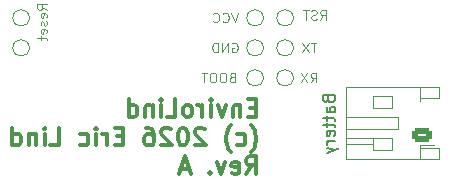
<source format=gbr>
%TF.GenerationSoftware,KiCad,Pcbnew,9.0.6*%
%TF.CreationDate,2026-01-06T14:18:23+01:00*%
%TF.ProjectId,EnviroLind,456e7669-726f-44c6-996e-642e6b696361,rev?*%
%TF.SameCoordinates,Original*%
%TF.FileFunction,Legend,Bot*%
%TF.FilePolarity,Positive*%
%FSLAX46Y46*%
G04 Gerber Fmt 4.6, Leading zero omitted, Abs format (unit mm)*
G04 Created by KiCad (PCBNEW 9.0.6) date 2026-01-06 14:18:23*
%MOMM*%
%LPD*%
G01*
G04 APERTURE LIST*
G04 Aperture macros list*
%AMRoundRect*
0 Rectangle with rounded corners*
0 $1 Rounding radius*
0 $2 $3 $4 $5 $6 $7 $8 $9 X,Y pos of 4 corners*
0 Add a 4 corners polygon primitive as box body*
4,1,4,$2,$3,$4,$5,$6,$7,$8,$9,$2,$3,0*
0 Add four circle primitives for the rounded corners*
1,1,$1+$1,$2,$3*
1,1,$1+$1,$4,$5*
1,1,$1+$1,$6,$7*
1,1,$1+$1,$8,$9*
0 Add four rect primitives between the rounded corners*
20,1,$1+$1,$2,$3,$4,$5,0*
20,1,$1+$1,$4,$5,$6,$7,0*
20,1,$1+$1,$6,$7,$8,$9,0*
20,1,$1+$1,$8,$9,$2,$3,0*%
G04 Aperture macros list end*
%ADD10C,0.300000*%
%ADD11C,0.099822*%
%ADD12C,0.100000*%
%ADD13C,0.150000*%
%ADD14C,0.120000*%
%ADD15C,0.650000*%
%ADD16O,1.000000X2.100000*%
%ADD17O,1.000000X1.600000*%
%ADD18C,1.000000*%
%ADD19RoundRect,0.250000X0.625000X-0.350000X0.625000X0.350000X-0.625000X0.350000X-0.625000X-0.350000X0*%
%ADD20O,1.750000X1.200000*%
G04 APERTURE END LIST*
D10*
X105515889Y-100306482D02*
X105015889Y-100306482D01*
X104801603Y-101092196D02*
X105515889Y-101092196D01*
X105515889Y-101092196D02*
X105515889Y-99592196D01*
X105515889Y-99592196D02*
X104801603Y-99592196D01*
X104158746Y-100092196D02*
X104158746Y-101092196D01*
X104158746Y-100235053D02*
X104087317Y-100163625D01*
X104087317Y-100163625D02*
X103944460Y-100092196D01*
X103944460Y-100092196D02*
X103730174Y-100092196D01*
X103730174Y-100092196D02*
X103587317Y-100163625D01*
X103587317Y-100163625D02*
X103515889Y-100306482D01*
X103515889Y-100306482D02*
X103515889Y-101092196D01*
X102944460Y-100092196D02*
X102587317Y-101092196D01*
X102587317Y-101092196D02*
X102230174Y-100092196D01*
X101658746Y-101092196D02*
X101658746Y-100092196D01*
X101658746Y-99592196D02*
X101730174Y-99663625D01*
X101730174Y-99663625D02*
X101658746Y-99735053D01*
X101658746Y-99735053D02*
X101587317Y-99663625D01*
X101587317Y-99663625D02*
X101658746Y-99592196D01*
X101658746Y-99592196D02*
X101658746Y-99735053D01*
X100944460Y-101092196D02*
X100944460Y-100092196D01*
X100944460Y-100377910D02*
X100873031Y-100235053D01*
X100873031Y-100235053D02*
X100801603Y-100163625D01*
X100801603Y-100163625D02*
X100658745Y-100092196D01*
X100658745Y-100092196D02*
X100515888Y-100092196D01*
X99801603Y-101092196D02*
X99944460Y-101020768D01*
X99944460Y-101020768D02*
X100015889Y-100949339D01*
X100015889Y-100949339D02*
X100087317Y-100806482D01*
X100087317Y-100806482D02*
X100087317Y-100377910D01*
X100087317Y-100377910D02*
X100015889Y-100235053D01*
X100015889Y-100235053D02*
X99944460Y-100163625D01*
X99944460Y-100163625D02*
X99801603Y-100092196D01*
X99801603Y-100092196D02*
X99587317Y-100092196D01*
X99587317Y-100092196D02*
X99444460Y-100163625D01*
X99444460Y-100163625D02*
X99373032Y-100235053D01*
X99373032Y-100235053D02*
X99301603Y-100377910D01*
X99301603Y-100377910D02*
X99301603Y-100806482D01*
X99301603Y-100806482D02*
X99373032Y-100949339D01*
X99373032Y-100949339D02*
X99444460Y-101020768D01*
X99444460Y-101020768D02*
X99587317Y-101092196D01*
X99587317Y-101092196D02*
X99801603Y-101092196D01*
X97944460Y-101092196D02*
X98658746Y-101092196D01*
X98658746Y-101092196D02*
X98658746Y-99592196D01*
X97444460Y-101092196D02*
X97444460Y-100092196D01*
X97444460Y-99592196D02*
X97515888Y-99663625D01*
X97515888Y-99663625D02*
X97444460Y-99735053D01*
X97444460Y-99735053D02*
X97373031Y-99663625D01*
X97373031Y-99663625D02*
X97444460Y-99592196D01*
X97444460Y-99592196D02*
X97444460Y-99735053D01*
X96730174Y-100092196D02*
X96730174Y-101092196D01*
X96730174Y-100235053D02*
X96658745Y-100163625D01*
X96658745Y-100163625D02*
X96515888Y-100092196D01*
X96515888Y-100092196D02*
X96301602Y-100092196D01*
X96301602Y-100092196D02*
X96158745Y-100163625D01*
X96158745Y-100163625D02*
X96087317Y-100306482D01*
X96087317Y-100306482D02*
X96087317Y-101092196D01*
X94730174Y-101092196D02*
X94730174Y-99592196D01*
X94730174Y-101020768D02*
X94873031Y-101092196D01*
X94873031Y-101092196D02*
X95158745Y-101092196D01*
X95158745Y-101092196D02*
X95301602Y-101020768D01*
X95301602Y-101020768D02*
X95373031Y-100949339D01*
X95373031Y-100949339D02*
X95444459Y-100806482D01*
X95444459Y-100806482D02*
X95444459Y-100377910D01*
X95444459Y-100377910D02*
X95373031Y-100235053D01*
X95373031Y-100235053D02*
X95301602Y-100163625D01*
X95301602Y-100163625D02*
X95158745Y-100092196D01*
X95158745Y-100092196D02*
X94873031Y-100092196D01*
X94873031Y-100092196D02*
X94730174Y-100163625D01*
X105087317Y-104078541D02*
X105158746Y-104007112D01*
X105158746Y-104007112D02*
X105301603Y-103792826D01*
X105301603Y-103792826D02*
X105373032Y-103649969D01*
X105373032Y-103649969D02*
X105444460Y-103435684D01*
X105444460Y-103435684D02*
X105515889Y-103078541D01*
X105515889Y-103078541D02*
X105515889Y-102792826D01*
X105515889Y-102792826D02*
X105444460Y-102435684D01*
X105444460Y-102435684D02*
X105373032Y-102221398D01*
X105373032Y-102221398D02*
X105301603Y-102078541D01*
X105301603Y-102078541D02*
X105158746Y-101864255D01*
X105158746Y-101864255D02*
X105087317Y-101792826D01*
X103873032Y-103435684D02*
X104015889Y-103507112D01*
X104015889Y-103507112D02*
X104301603Y-103507112D01*
X104301603Y-103507112D02*
X104444460Y-103435684D01*
X104444460Y-103435684D02*
X104515889Y-103364255D01*
X104515889Y-103364255D02*
X104587317Y-103221398D01*
X104587317Y-103221398D02*
X104587317Y-102792826D01*
X104587317Y-102792826D02*
X104515889Y-102649969D01*
X104515889Y-102649969D02*
X104444460Y-102578541D01*
X104444460Y-102578541D02*
X104301603Y-102507112D01*
X104301603Y-102507112D02*
X104015889Y-102507112D01*
X104015889Y-102507112D02*
X103873032Y-102578541D01*
X103373032Y-104078541D02*
X103301603Y-104007112D01*
X103301603Y-104007112D02*
X103158746Y-103792826D01*
X103158746Y-103792826D02*
X103087318Y-103649969D01*
X103087318Y-103649969D02*
X103015889Y-103435684D01*
X103015889Y-103435684D02*
X102944460Y-103078541D01*
X102944460Y-103078541D02*
X102944460Y-102792826D01*
X102944460Y-102792826D02*
X103015889Y-102435684D01*
X103015889Y-102435684D02*
X103087318Y-102221398D01*
X103087318Y-102221398D02*
X103158746Y-102078541D01*
X103158746Y-102078541D02*
X103301603Y-101864255D01*
X103301603Y-101864255D02*
X103373032Y-101792826D01*
X101158746Y-102149969D02*
X101087318Y-102078541D01*
X101087318Y-102078541D02*
X100944461Y-102007112D01*
X100944461Y-102007112D02*
X100587318Y-102007112D01*
X100587318Y-102007112D02*
X100444461Y-102078541D01*
X100444461Y-102078541D02*
X100373032Y-102149969D01*
X100373032Y-102149969D02*
X100301603Y-102292826D01*
X100301603Y-102292826D02*
X100301603Y-102435684D01*
X100301603Y-102435684D02*
X100373032Y-102649969D01*
X100373032Y-102649969D02*
X101230175Y-103507112D01*
X101230175Y-103507112D02*
X100301603Y-103507112D01*
X99373032Y-102007112D02*
X99230175Y-102007112D01*
X99230175Y-102007112D02*
X99087318Y-102078541D01*
X99087318Y-102078541D02*
X99015890Y-102149969D01*
X99015890Y-102149969D02*
X98944461Y-102292826D01*
X98944461Y-102292826D02*
X98873032Y-102578541D01*
X98873032Y-102578541D02*
X98873032Y-102935684D01*
X98873032Y-102935684D02*
X98944461Y-103221398D01*
X98944461Y-103221398D02*
X99015890Y-103364255D01*
X99015890Y-103364255D02*
X99087318Y-103435684D01*
X99087318Y-103435684D02*
X99230175Y-103507112D01*
X99230175Y-103507112D02*
X99373032Y-103507112D01*
X99373032Y-103507112D02*
X99515890Y-103435684D01*
X99515890Y-103435684D02*
X99587318Y-103364255D01*
X99587318Y-103364255D02*
X99658747Y-103221398D01*
X99658747Y-103221398D02*
X99730175Y-102935684D01*
X99730175Y-102935684D02*
X99730175Y-102578541D01*
X99730175Y-102578541D02*
X99658747Y-102292826D01*
X99658747Y-102292826D02*
X99587318Y-102149969D01*
X99587318Y-102149969D02*
X99515890Y-102078541D01*
X99515890Y-102078541D02*
X99373032Y-102007112D01*
X98301604Y-102149969D02*
X98230176Y-102078541D01*
X98230176Y-102078541D02*
X98087319Y-102007112D01*
X98087319Y-102007112D02*
X97730176Y-102007112D01*
X97730176Y-102007112D02*
X97587319Y-102078541D01*
X97587319Y-102078541D02*
X97515890Y-102149969D01*
X97515890Y-102149969D02*
X97444461Y-102292826D01*
X97444461Y-102292826D02*
X97444461Y-102435684D01*
X97444461Y-102435684D02*
X97515890Y-102649969D01*
X97515890Y-102649969D02*
X98373033Y-103507112D01*
X98373033Y-103507112D02*
X97444461Y-103507112D01*
X96158748Y-102007112D02*
X96444462Y-102007112D01*
X96444462Y-102007112D02*
X96587319Y-102078541D01*
X96587319Y-102078541D02*
X96658748Y-102149969D01*
X96658748Y-102149969D02*
X96801605Y-102364255D01*
X96801605Y-102364255D02*
X96873033Y-102649969D01*
X96873033Y-102649969D02*
X96873033Y-103221398D01*
X96873033Y-103221398D02*
X96801605Y-103364255D01*
X96801605Y-103364255D02*
X96730176Y-103435684D01*
X96730176Y-103435684D02*
X96587319Y-103507112D01*
X96587319Y-103507112D02*
X96301605Y-103507112D01*
X96301605Y-103507112D02*
X96158748Y-103435684D01*
X96158748Y-103435684D02*
X96087319Y-103364255D01*
X96087319Y-103364255D02*
X96015890Y-103221398D01*
X96015890Y-103221398D02*
X96015890Y-102864255D01*
X96015890Y-102864255D02*
X96087319Y-102721398D01*
X96087319Y-102721398D02*
X96158748Y-102649969D01*
X96158748Y-102649969D02*
X96301605Y-102578541D01*
X96301605Y-102578541D02*
X96587319Y-102578541D01*
X96587319Y-102578541D02*
X96730176Y-102649969D01*
X96730176Y-102649969D02*
X96801605Y-102721398D01*
X96801605Y-102721398D02*
X96873033Y-102864255D01*
X94230177Y-102721398D02*
X93730177Y-102721398D01*
X93515891Y-103507112D02*
X94230177Y-103507112D01*
X94230177Y-103507112D02*
X94230177Y-102007112D01*
X94230177Y-102007112D02*
X93515891Y-102007112D01*
X92873034Y-103507112D02*
X92873034Y-102507112D01*
X92873034Y-102792826D02*
X92801605Y-102649969D01*
X92801605Y-102649969D02*
X92730177Y-102578541D01*
X92730177Y-102578541D02*
X92587319Y-102507112D01*
X92587319Y-102507112D02*
X92444462Y-102507112D01*
X91944463Y-103507112D02*
X91944463Y-102507112D01*
X91944463Y-102007112D02*
X92015891Y-102078541D01*
X92015891Y-102078541D02*
X91944463Y-102149969D01*
X91944463Y-102149969D02*
X91873034Y-102078541D01*
X91873034Y-102078541D02*
X91944463Y-102007112D01*
X91944463Y-102007112D02*
X91944463Y-102149969D01*
X90587320Y-103435684D02*
X90730177Y-103507112D01*
X90730177Y-103507112D02*
X91015891Y-103507112D01*
X91015891Y-103507112D02*
X91158748Y-103435684D01*
X91158748Y-103435684D02*
X91230177Y-103364255D01*
X91230177Y-103364255D02*
X91301605Y-103221398D01*
X91301605Y-103221398D02*
X91301605Y-102792826D01*
X91301605Y-102792826D02*
X91230177Y-102649969D01*
X91230177Y-102649969D02*
X91158748Y-102578541D01*
X91158748Y-102578541D02*
X91015891Y-102507112D01*
X91015891Y-102507112D02*
X90730177Y-102507112D01*
X90730177Y-102507112D02*
X90587320Y-102578541D01*
X88087320Y-103507112D02*
X88801606Y-103507112D01*
X88801606Y-103507112D02*
X88801606Y-102007112D01*
X87587320Y-103507112D02*
X87587320Y-102507112D01*
X87587320Y-102007112D02*
X87658748Y-102078541D01*
X87658748Y-102078541D02*
X87587320Y-102149969D01*
X87587320Y-102149969D02*
X87515891Y-102078541D01*
X87515891Y-102078541D02*
X87587320Y-102007112D01*
X87587320Y-102007112D02*
X87587320Y-102149969D01*
X86873034Y-102507112D02*
X86873034Y-103507112D01*
X86873034Y-102649969D02*
X86801605Y-102578541D01*
X86801605Y-102578541D02*
X86658748Y-102507112D01*
X86658748Y-102507112D02*
X86444462Y-102507112D01*
X86444462Y-102507112D02*
X86301605Y-102578541D01*
X86301605Y-102578541D02*
X86230177Y-102721398D01*
X86230177Y-102721398D02*
X86230177Y-103507112D01*
X84873034Y-103507112D02*
X84873034Y-102007112D01*
X84873034Y-103435684D02*
X85015891Y-103507112D01*
X85015891Y-103507112D02*
X85301605Y-103507112D01*
X85301605Y-103507112D02*
X85444462Y-103435684D01*
X85444462Y-103435684D02*
X85515891Y-103364255D01*
X85515891Y-103364255D02*
X85587319Y-103221398D01*
X85587319Y-103221398D02*
X85587319Y-102792826D01*
X85587319Y-102792826D02*
X85515891Y-102649969D01*
X85515891Y-102649969D02*
X85444462Y-102578541D01*
X85444462Y-102578541D02*
X85301605Y-102507112D01*
X85301605Y-102507112D02*
X85015891Y-102507112D01*
X85015891Y-102507112D02*
X84873034Y-102578541D01*
X104658746Y-105922028D02*
X105158746Y-105207742D01*
X105515889Y-105922028D02*
X105515889Y-104422028D01*
X105515889Y-104422028D02*
X104944460Y-104422028D01*
X104944460Y-104422028D02*
X104801603Y-104493457D01*
X104801603Y-104493457D02*
X104730174Y-104564885D01*
X104730174Y-104564885D02*
X104658746Y-104707742D01*
X104658746Y-104707742D02*
X104658746Y-104922028D01*
X104658746Y-104922028D02*
X104730174Y-105064885D01*
X104730174Y-105064885D02*
X104801603Y-105136314D01*
X104801603Y-105136314D02*
X104944460Y-105207742D01*
X104944460Y-105207742D02*
X105515889Y-105207742D01*
X103444460Y-105850600D02*
X103587317Y-105922028D01*
X103587317Y-105922028D02*
X103873032Y-105922028D01*
X103873032Y-105922028D02*
X104015889Y-105850600D01*
X104015889Y-105850600D02*
X104087317Y-105707742D01*
X104087317Y-105707742D02*
X104087317Y-105136314D01*
X104087317Y-105136314D02*
X104015889Y-104993457D01*
X104015889Y-104993457D02*
X103873032Y-104922028D01*
X103873032Y-104922028D02*
X103587317Y-104922028D01*
X103587317Y-104922028D02*
X103444460Y-104993457D01*
X103444460Y-104993457D02*
X103373032Y-105136314D01*
X103373032Y-105136314D02*
X103373032Y-105279171D01*
X103373032Y-105279171D02*
X104087317Y-105422028D01*
X102873032Y-104922028D02*
X102515889Y-105922028D01*
X102515889Y-105922028D02*
X102158746Y-104922028D01*
X101587318Y-105779171D02*
X101515889Y-105850600D01*
X101515889Y-105850600D02*
X101587318Y-105922028D01*
X101587318Y-105922028D02*
X101658746Y-105850600D01*
X101658746Y-105850600D02*
X101587318Y-105779171D01*
X101587318Y-105779171D02*
X101587318Y-105922028D01*
X99801603Y-105493457D02*
X99087318Y-105493457D01*
X99944460Y-105922028D02*
X99444460Y-104422028D01*
X99444460Y-104422028D02*
X98944460Y-105922028D01*
D11*
X87780904Y-92026291D02*
X87399951Y-91759624D01*
X87780904Y-91569148D02*
X86980904Y-91569148D01*
X86980904Y-91569148D02*
X86980904Y-91873910D01*
X86980904Y-91873910D02*
X87018999Y-91950100D01*
X87018999Y-91950100D02*
X87057094Y-91988195D01*
X87057094Y-91988195D02*
X87133285Y-92026291D01*
X87133285Y-92026291D02*
X87247570Y-92026291D01*
X87247570Y-92026291D02*
X87323761Y-91988195D01*
X87323761Y-91988195D02*
X87361856Y-91950100D01*
X87361856Y-91950100D02*
X87399951Y-91873910D01*
X87399951Y-91873910D02*
X87399951Y-91569148D01*
X87742809Y-92673910D02*
X87780904Y-92597719D01*
X87780904Y-92597719D02*
X87780904Y-92445338D01*
X87780904Y-92445338D02*
X87742809Y-92369148D01*
X87742809Y-92369148D02*
X87666618Y-92331052D01*
X87666618Y-92331052D02*
X87361856Y-92331052D01*
X87361856Y-92331052D02*
X87285666Y-92369148D01*
X87285666Y-92369148D02*
X87247570Y-92445338D01*
X87247570Y-92445338D02*
X87247570Y-92597719D01*
X87247570Y-92597719D02*
X87285666Y-92673910D01*
X87285666Y-92673910D02*
X87361856Y-92712005D01*
X87361856Y-92712005D02*
X87438047Y-92712005D01*
X87438047Y-92712005D02*
X87514237Y-92331052D01*
X87742809Y-93016766D02*
X87780904Y-93092957D01*
X87780904Y-93092957D02*
X87780904Y-93245338D01*
X87780904Y-93245338D02*
X87742809Y-93321528D01*
X87742809Y-93321528D02*
X87666618Y-93359624D01*
X87666618Y-93359624D02*
X87628523Y-93359624D01*
X87628523Y-93359624D02*
X87552332Y-93321528D01*
X87552332Y-93321528D02*
X87514237Y-93245338D01*
X87514237Y-93245338D02*
X87514237Y-93131052D01*
X87514237Y-93131052D02*
X87476142Y-93054862D01*
X87476142Y-93054862D02*
X87399951Y-93016766D01*
X87399951Y-93016766D02*
X87361856Y-93016766D01*
X87361856Y-93016766D02*
X87285666Y-93054862D01*
X87285666Y-93054862D02*
X87247570Y-93131052D01*
X87247570Y-93131052D02*
X87247570Y-93245338D01*
X87247570Y-93245338D02*
X87285666Y-93321528D01*
X87742809Y-94007243D02*
X87780904Y-93931052D01*
X87780904Y-93931052D02*
X87780904Y-93778671D01*
X87780904Y-93778671D02*
X87742809Y-93702481D01*
X87742809Y-93702481D02*
X87666618Y-93664385D01*
X87666618Y-93664385D02*
X87361856Y-93664385D01*
X87361856Y-93664385D02*
X87285666Y-93702481D01*
X87285666Y-93702481D02*
X87247570Y-93778671D01*
X87247570Y-93778671D02*
X87247570Y-93931052D01*
X87247570Y-93931052D02*
X87285666Y-94007243D01*
X87285666Y-94007243D02*
X87361856Y-94045338D01*
X87361856Y-94045338D02*
X87438047Y-94045338D01*
X87438047Y-94045338D02*
X87514237Y-93664385D01*
X87247570Y-94273909D02*
X87247570Y-94578671D01*
X86980904Y-94388195D02*
X87666618Y-94388195D01*
X87666618Y-94388195D02*
X87742809Y-94426290D01*
X87742809Y-94426290D02*
X87780904Y-94502480D01*
X87780904Y-94502480D02*
X87780904Y-94578671D01*
D12*
X110928094Y-92868595D02*
X111194761Y-92487642D01*
X111385237Y-92868595D02*
X111385237Y-92068595D01*
X111385237Y-92068595D02*
X111080475Y-92068595D01*
X111080475Y-92068595D02*
X111004285Y-92106690D01*
X111004285Y-92106690D02*
X110966190Y-92144785D01*
X110966190Y-92144785D02*
X110928094Y-92220976D01*
X110928094Y-92220976D02*
X110928094Y-92335261D01*
X110928094Y-92335261D02*
X110966190Y-92411452D01*
X110966190Y-92411452D02*
X111004285Y-92449547D01*
X111004285Y-92449547D02*
X111080475Y-92487642D01*
X111080475Y-92487642D02*
X111385237Y-92487642D01*
X110623333Y-92830500D02*
X110509047Y-92868595D01*
X110509047Y-92868595D02*
X110318571Y-92868595D01*
X110318571Y-92868595D02*
X110242380Y-92830500D01*
X110242380Y-92830500D02*
X110204285Y-92792404D01*
X110204285Y-92792404D02*
X110166190Y-92716214D01*
X110166190Y-92716214D02*
X110166190Y-92640023D01*
X110166190Y-92640023D02*
X110204285Y-92563833D01*
X110204285Y-92563833D02*
X110242380Y-92525738D01*
X110242380Y-92525738D02*
X110318571Y-92487642D01*
X110318571Y-92487642D02*
X110470952Y-92449547D01*
X110470952Y-92449547D02*
X110547142Y-92411452D01*
X110547142Y-92411452D02*
X110585237Y-92373357D01*
X110585237Y-92373357D02*
X110623333Y-92297166D01*
X110623333Y-92297166D02*
X110623333Y-92220976D01*
X110623333Y-92220976D02*
X110585237Y-92144785D01*
X110585237Y-92144785D02*
X110547142Y-92106690D01*
X110547142Y-92106690D02*
X110470952Y-92068595D01*
X110470952Y-92068595D02*
X110280475Y-92068595D01*
X110280475Y-92068595D02*
X110166190Y-92106690D01*
X109937618Y-92068595D02*
X109480475Y-92068595D01*
X109709047Y-92868595D02*
X109709047Y-92068595D01*
X103936666Y-92274895D02*
X103669999Y-93074895D01*
X103669999Y-93074895D02*
X103403333Y-92274895D01*
X102679523Y-92998704D02*
X102717619Y-93036800D01*
X102717619Y-93036800D02*
X102831904Y-93074895D01*
X102831904Y-93074895D02*
X102908095Y-93074895D01*
X102908095Y-93074895D02*
X103022381Y-93036800D01*
X103022381Y-93036800D02*
X103098571Y-92960609D01*
X103098571Y-92960609D02*
X103136666Y-92884419D01*
X103136666Y-92884419D02*
X103174762Y-92732038D01*
X103174762Y-92732038D02*
X103174762Y-92617752D01*
X103174762Y-92617752D02*
X103136666Y-92465371D01*
X103136666Y-92465371D02*
X103098571Y-92389180D01*
X103098571Y-92389180D02*
X103022381Y-92312990D01*
X103022381Y-92312990D02*
X102908095Y-92274895D01*
X102908095Y-92274895D02*
X102831904Y-92274895D01*
X102831904Y-92274895D02*
X102717619Y-92312990D01*
X102717619Y-92312990D02*
X102679523Y-92351085D01*
X101879523Y-92998704D02*
X101917619Y-93036800D01*
X101917619Y-93036800D02*
X102031904Y-93074895D01*
X102031904Y-93074895D02*
X102108095Y-93074895D01*
X102108095Y-93074895D02*
X102222381Y-93036800D01*
X102222381Y-93036800D02*
X102298571Y-92960609D01*
X102298571Y-92960609D02*
X102336666Y-92884419D01*
X102336666Y-92884419D02*
X102374762Y-92732038D01*
X102374762Y-92732038D02*
X102374762Y-92617752D01*
X102374762Y-92617752D02*
X102336666Y-92465371D01*
X102336666Y-92465371D02*
X102298571Y-92389180D01*
X102298571Y-92389180D02*
X102222381Y-92312990D01*
X102222381Y-92312990D02*
X102108095Y-92274895D01*
X102108095Y-92274895D02*
X102031904Y-92274895D01*
X102031904Y-92274895D02*
X101917619Y-92312990D01*
X101917619Y-92312990D02*
X101879523Y-92351085D01*
X103447714Y-97735847D02*
X103333428Y-97773942D01*
X103333428Y-97773942D02*
X103295333Y-97812038D01*
X103295333Y-97812038D02*
X103257237Y-97888228D01*
X103257237Y-97888228D02*
X103257237Y-98002514D01*
X103257237Y-98002514D02*
X103295333Y-98078704D01*
X103295333Y-98078704D02*
X103333428Y-98116800D01*
X103333428Y-98116800D02*
X103409618Y-98154895D01*
X103409618Y-98154895D02*
X103714380Y-98154895D01*
X103714380Y-98154895D02*
X103714380Y-97354895D01*
X103714380Y-97354895D02*
X103447714Y-97354895D01*
X103447714Y-97354895D02*
X103371523Y-97392990D01*
X103371523Y-97392990D02*
X103333428Y-97431085D01*
X103333428Y-97431085D02*
X103295333Y-97507276D01*
X103295333Y-97507276D02*
X103295333Y-97583466D01*
X103295333Y-97583466D02*
X103333428Y-97659657D01*
X103333428Y-97659657D02*
X103371523Y-97697752D01*
X103371523Y-97697752D02*
X103447714Y-97735847D01*
X103447714Y-97735847D02*
X103714380Y-97735847D01*
X102761999Y-97354895D02*
X102609618Y-97354895D01*
X102609618Y-97354895D02*
X102533428Y-97392990D01*
X102533428Y-97392990D02*
X102457237Y-97469180D01*
X102457237Y-97469180D02*
X102419142Y-97621561D01*
X102419142Y-97621561D02*
X102419142Y-97888228D01*
X102419142Y-97888228D02*
X102457237Y-98040609D01*
X102457237Y-98040609D02*
X102533428Y-98116800D01*
X102533428Y-98116800D02*
X102609618Y-98154895D01*
X102609618Y-98154895D02*
X102761999Y-98154895D01*
X102761999Y-98154895D02*
X102838190Y-98116800D01*
X102838190Y-98116800D02*
X102914380Y-98040609D01*
X102914380Y-98040609D02*
X102952476Y-97888228D01*
X102952476Y-97888228D02*
X102952476Y-97621561D01*
X102952476Y-97621561D02*
X102914380Y-97469180D01*
X102914380Y-97469180D02*
X102838190Y-97392990D01*
X102838190Y-97392990D02*
X102761999Y-97354895D01*
X101923904Y-97354895D02*
X101771523Y-97354895D01*
X101771523Y-97354895D02*
X101695333Y-97392990D01*
X101695333Y-97392990D02*
X101619142Y-97469180D01*
X101619142Y-97469180D02*
X101581047Y-97621561D01*
X101581047Y-97621561D02*
X101581047Y-97888228D01*
X101581047Y-97888228D02*
X101619142Y-98040609D01*
X101619142Y-98040609D02*
X101695333Y-98116800D01*
X101695333Y-98116800D02*
X101771523Y-98154895D01*
X101771523Y-98154895D02*
X101923904Y-98154895D01*
X101923904Y-98154895D02*
X102000095Y-98116800D01*
X102000095Y-98116800D02*
X102076285Y-98040609D01*
X102076285Y-98040609D02*
X102114381Y-97888228D01*
X102114381Y-97888228D02*
X102114381Y-97621561D01*
X102114381Y-97621561D02*
X102076285Y-97469180D01*
X102076285Y-97469180D02*
X102000095Y-97392990D01*
X102000095Y-97392990D02*
X101923904Y-97354895D01*
X101352476Y-97354895D02*
X100895333Y-97354895D01*
X101123905Y-98154895D02*
X101123905Y-97354895D01*
X103479523Y-94852990D02*
X103555713Y-94814895D01*
X103555713Y-94814895D02*
X103669999Y-94814895D01*
X103669999Y-94814895D02*
X103784285Y-94852990D01*
X103784285Y-94852990D02*
X103860475Y-94929180D01*
X103860475Y-94929180D02*
X103898570Y-95005371D01*
X103898570Y-95005371D02*
X103936666Y-95157752D01*
X103936666Y-95157752D02*
X103936666Y-95272038D01*
X103936666Y-95272038D02*
X103898570Y-95424419D01*
X103898570Y-95424419D02*
X103860475Y-95500609D01*
X103860475Y-95500609D02*
X103784285Y-95576800D01*
X103784285Y-95576800D02*
X103669999Y-95614895D01*
X103669999Y-95614895D02*
X103593808Y-95614895D01*
X103593808Y-95614895D02*
X103479523Y-95576800D01*
X103479523Y-95576800D02*
X103441427Y-95538704D01*
X103441427Y-95538704D02*
X103441427Y-95272038D01*
X103441427Y-95272038D02*
X103593808Y-95272038D01*
X103098570Y-95614895D02*
X103098570Y-94814895D01*
X103098570Y-94814895D02*
X102641427Y-95614895D01*
X102641427Y-95614895D02*
X102641427Y-94814895D01*
X102260475Y-95614895D02*
X102260475Y-94814895D01*
X102260475Y-94814895D02*
X102069999Y-94814895D01*
X102069999Y-94814895D02*
X101955713Y-94852990D01*
X101955713Y-94852990D02*
X101879523Y-94929180D01*
X101879523Y-94929180D02*
X101841428Y-95005371D01*
X101841428Y-95005371D02*
X101803332Y-95157752D01*
X101803332Y-95157752D02*
X101803332Y-95272038D01*
X101803332Y-95272038D02*
X101841428Y-95424419D01*
X101841428Y-95424419D02*
X101879523Y-95500609D01*
X101879523Y-95500609D02*
X101955713Y-95576800D01*
X101955713Y-95576800D02*
X102069999Y-95614895D01*
X102069999Y-95614895D02*
X102260475Y-95614895D01*
X110115332Y-98154895D02*
X110381999Y-97773942D01*
X110572475Y-98154895D02*
X110572475Y-97354895D01*
X110572475Y-97354895D02*
X110267713Y-97354895D01*
X110267713Y-97354895D02*
X110191523Y-97392990D01*
X110191523Y-97392990D02*
X110153428Y-97431085D01*
X110153428Y-97431085D02*
X110115332Y-97507276D01*
X110115332Y-97507276D02*
X110115332Y-97621561D01*
X110115332Y-97621561D02*
X110153428Y-97697752D01*
X110153428Y-97697752D02*
X110191523Y-97735847D01*
X110191523Y-97735847D02*
X110267713Y-97773942D01*
X110267713Y-97773942D02*
X110572475Y-97773942D01*
X109848666Y-97354895D02*
X109315332Y-98154895D01*
X109315332Y-97354895D02*
X109848666Y-98154895D01*
D13*
X111614809Y-99604770D02*
X111662428Y-99747627D01*
X111662428Y-99747627D02*
X111710047Y-99795246D01*
X111710047Y-99795246D02*
X111805285Y-99842865D01*
X111805285Y-99842865D02*
X111948142Y-99842865D01*
X111948142Y-99842865D02*
X112043380Y-99795246D01*
X112043380Y-99795246D02*
X112091000Y-99747627D01*
X112091000Y-99747627D02*
X112138619Y-99652389D01*
X112138619Y-99652389D02*
X112138619Y-99271437D01*
X112138619Y-99271437D02*
X111138619Y-99271437D01*
X111138619Y-99271437D02*
X111138619Y-99604770D01*
X111138619Y-99604770D02*
X111186238Y-99700008D01*
X111186238Y-99700008D02*
X111233857Y-99747627D01*
X111233857Y-99747627D02*
X111329095Y-99795246D01*
X111329095Y-99795246D02*
X111424333Y-99795246D01*
X111424333Y-99795246D02*
X111519571Y-99747627D01*
X111519571Y-99747627D02*
X111567190Y-99700008D01*
X111567190Y-99700008D02*
X111614809Y-99604770D01*
X111614809Y-99604770D02*
X111614809Y-99271437D01*
X112138619Y-100700008D02*
X111614809Y-100700008D01*
X111614809Y-100700008D02*
X111519571Y-100652389D01*
X111519571Y-100652389D02*
X111471952Y-100557151D01*
X111471952Y-100557151D02*
X111471952Y-100366675D01*
X111471952Y-100366675D02*
X111519571Y-100271437D01*
X112091000Y-100700008D02*
X112138619Y-100604770D01*
X112138619Y-100604770D02*
X112138619Y-100366675D01*
X112138619Y-100366675D02*
X112091000Y-100271437D01*
X112091000Y-100271437D02*
X111995761Y-100223818D01*
X111995761Y-100223818D02*
X111900523Y-100223818D01*
X111900523Y-100223818D02*
X111805285Y-100271437D01*
X111805285Y-100271437D02*
X111757666Y-100366675D01*
X111757666Y-100366675D02*
X111757666Y-100604770D01*
X111757666Y-100604770D02*
X111710047Y-100700008D01*
X111471952Y-101033342D02*
X111471952Y-101414294D01*
X111138619Y-101176199D02*
X111995761Y-101176199D01*
X111995761Y-101176199D02*
X112091000Y-101223818D01*
X112091000Y-101223818D02*
X112138619Y-101319056D01*
X112138619Y-101319056D02*
X112138619Y-101414294D01*
X111471952Y-101604771D02*
X111471952Y-101985723D01*
X111138619Y-101747628D02*
X111995761Y-101747628D01*
X111995761Y-101747628D02*
X112091000Y-101795247D01*
X112091000Y-101795247D02*
X112138619Y-101890485D01*
X112138619Y-101890485D02*
X112138619Y-101985723D01*
X112091000Y-102700009D02*
X112138619Y-102604771D01*
X112138619Y-102604771D02*
X112138619Y-102414295D01*
X112138619Y-102414295D02*
X112091000Y-102319057D01*
X112091000Y-102319057D02*
X111995761Y-102271438D01*
X111995761Y-102271438D02*
X111614809Y-102271438D01*
X111614809Y-102271438D02*
X111519571Y-102319057D01*
X111519571Y-102319057D02*
X111471952Y-102414295D01*
X111471952Y-102414295D02*
X111471952Y-102604771D01*
X111471952Y-102604771D02*
X111519571Y-102700009D01*
X111519571Y-102700009D02*
X111614809Y-102747628D01*
X111614809Y-102747628D02*
X111710047Y-102747628D01*
X111710047Y-102747628D02*
X111805285Y-102271438D01*
X112138619Y-103176200D02*
X111471952Y-103176200D01*
X111662428Y-103176200D02*
X111567190Y-103223819D01*
X111567190Y-103223819D02*
X111519571Y-103271438D01*
X111519571Y-103271438D02*
X111471952Y-103366676D01*
X111471952Y-103366676D02*
X111471952Y-103461914D01*
X111471952Y-103700010D02*
X112138619Y-103938105D01*
X111471952Y-104176200D02*
X112138619Y-103938105D01*
X112138619Y-103938105D02*
X112376714Y-103842867D01*
X112376714Y-103842867D02*
X112424333Y-103795248D01*
X112424333Y-103795248D02*
X112471952Y-103700010D01*
D12*
X110591523Y-94814895D02*
X110134380Y-94814895D01*
X110362952Y-95614895D02*
X110362952Y-94814895D01*
X109943904Y-94814895D02*
X109410570Y-95614895D01*
X109410570Y-94814895D02*
X109943904Y-95614895D01*
D14*
%TO.C,TP1*%
X108650000Y-92710000D02*
G75*
G02*
X107250000Y-92710000I-700000J0D01*
G01*
X107250000Y-92710000D02*
G75*
G02*
X108650000Y-92710000I700000J0D01*
G01*
%TO.C,TP2*%
X106110000Y-92710000D02*
G75*
G02*
X104710000Y-92710000I-700000J0D01*
G01*
X104710000Y-92710000D02*
G75*
G02*
X106110000Y-92710000I700000J0D01*
G01*
%TO.C,TP6*%
X106110000Y-97790000D02*
G75*
G02*
X104710000Y-97790000I-700000J0D01*
G01*
X104710000Y-97790000D02*
G75*
G02*
X106110000Y-97790000I700000J0D01*
G01*
%TO.C,TP4*%
X106110000Y-95250000D02*
G75*
G02*
X104710000Y-95250000I-700000J0D01*
G01*
X104710000Y-95250000D02*
G75*
G02*
X106110000Y-95250000I700000J0D01*
G01*
%TO.C,TP5*%
X108650000Y-97790000D02*
G75*
G02*
X107250000Y-97790000I-700000J0D01*
G01*
X107250000Y-97790000D02*
G75*
G02*
X108650000Y-97790000I700000J0D01*
G01*
%TO.C,TP7*%
X86298000Y-95250000D02*
G75*
G02*
X84898000Y-95250000I-700000J0D01*
G01*
X84898000Y-95250000D02*
G75*
G02*
X86298000Y-95250000I700000J0D01*
G01*
%TO.C,J3*%
X113147000Y-98556000D02*
X120967000Y-98556000D01*
X113147000Y-102116000D02*
X117507000Y-102116000D01*
X113147000Y-104676000D02*
X113147000Y-98556000D01*
X115407000Y-99316000D02*
X115407000Y-100316000D01*
X115407000Y-100316000D02*
X117007000Y-100316000D01*
X115407000Y-102916000D02*
X113147000Y-102916000D01*
X115407000Y-102916000D02*
X117007000Y-102916000D01*
X115407000Y-103416000D02*
X113147000Y-103416000D01*
X115407000Y-103916000D02*
X115407000Y-102916000D01*
X117007000Y-99316000D02*
X115407000Y-99316000D01*
X117007000Y-100316000D02*
X117007000Y-99316000D01*
X117007000Y-102916000D02*
X117007000Y-103916000D01*
X117007000Y-103916000D02*
X115407000Y-103916000D01*
X117507000Y-101116000D02*
X113147000Y-101116000D01*
X117507000Y-102116000D02*
X117507000Y-101116000D01*
X119367000Y-98556000D02*
X119367000Y-99476000D01*
X119367000Y-99476000D02*
X119367000Y-99756000D01*
X119367000Y-103476000D02*
X119367000Y-103756000D01*
X119367000Y-103476000D02*
X120582000Y-103476000D01*
X119367000Y-103756000D02*
X120967000Y-103756000D01*
X119367000Y-104676000D02*
X119367000Y-103756000D01*
X120967000Y-98556000D02*
X120967000Y-99476000D01*
X120967000Y-99476000D02*
X119367000Y-99476000D01*
X120967000Y-103756000D02*
X120967000Y-104676000D01*
X120967000Y-104676000D02*
X113147000Y-104676000D01*
%TO.C,TP3*%
X108650000Y-95250000D02*
G75*
G02*
X107250000Y-95250000I-700000J0D01*
G01*
X107250000Y-95250000D02*
G75*
G02*
X108650000Y-95250000I700000J0D01*
G01*
%TO.C,TP8*%
X86298000Y-92710000D02*
G75*
G02*
X84898000Y-92710000I-700000J0D01*
G01*
X84898000Y-92710000D02*
G75*
G02*
X86298000Y-92710000I700000J0D01*
G01*
%TD*%
%LPC*%
D15*
%TO.C,J1*%
X98706000Y-116254000D03*
X104486000Y-116254000D03*
D16*
X97276000Y-115754000D03*
D17*
X97276000Y-119934000D03*
D16*
X105916000Y-115754000D03*
D17*
X105916000Y-119934000D03*
%TD*%
D18*
%TO.C,TP1*%
X107950000Y-92710000D03*
%TD*%
%TO.C,TP2*%
X105410000Y-92710000D03*
%TD*%
%TO.C,TP6*%
X105410000Y-97790000D03*
%TD*%
%TO.C,TP4*%
X105410000Y-95250000D03*
%TD*%
%TO.C,TP5*%
X107950000Y-97790000D03*
%TD*%
%TO.C,TP7*%
X85598000Y-95250000D03*
%TD*%
D19*
%TO.C,J3*%
X119507000Y-102616000D03*
D20*
X119507000Y-100616000D03*
%TD*%
D18*
%TO.C,TP3*%
X107950000Y-95250000D03*
%TD*%
%TO.C,TP8*%
X85598000Y-92710000D03*
%TD*%
%LPD*%
M02*

</source>
